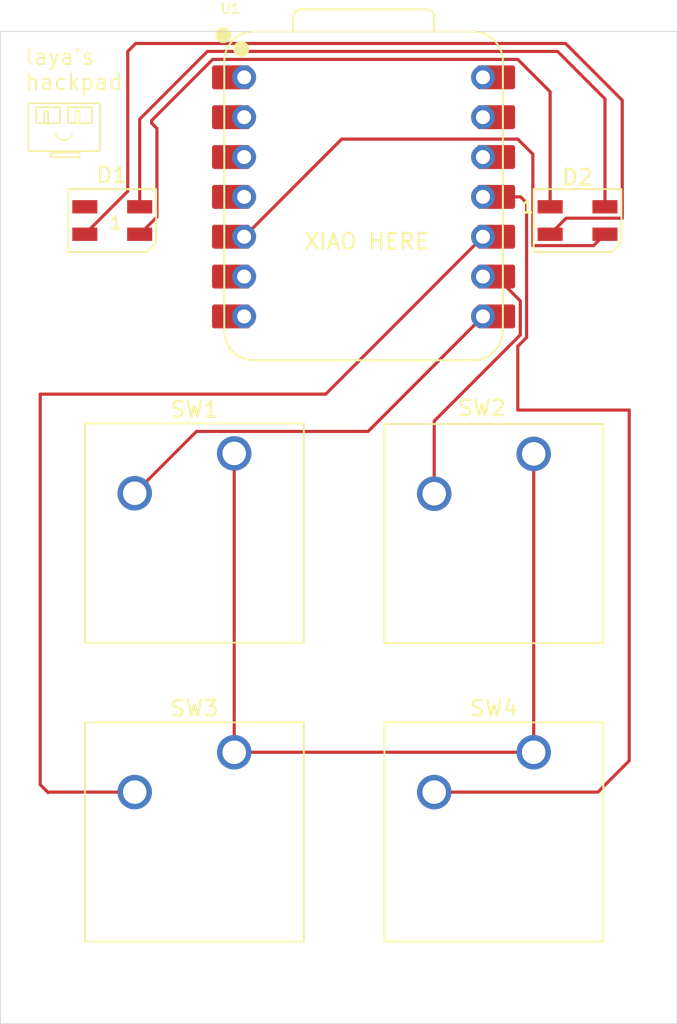
<source format=kicad_pcb>
(kicad_pcb (version 20241229) (generator "pcbnew") (generator_version "9.0")
  (layers (0 "F.Cu" signal) (2 "B.Cu" signal) (13 "F.Paste" user) (15 "B.Paste" user) (5 "F.SilkS" user "F.Silkscreen") (7 "B.SilkS" user "B.Silkscreen") (1 "F.Mask" user) (3 "B.Mask" user) (25 "Edge.Cuts" user))
  (net 0 "")
  (net 1 "Net-(D1-VSS)")
  (net 2 "+5V")
  (net 4 "Net-(D1-DIN)")
  (net 5 "Net-(D2-DIN)")
  (net 6 "Net-(U1-GPIO1{slash}RX)")
  (net 7 "GND")
  (net 8 "Net-(U1-GPIO2{slash}SCK)")
  (net 9 "Net-(U1-GPIO4{slash}MISO)")
  (net 10 "Net-(U1-GPIO3{slash}MOSI)")
  (footprint "Button_Switch_Keyboard:SW_Cherry_MX_1.00u_PCB" (layer "F.Cu") (at 159.7025 83.02625)
    (property "Reference" "SW1" (at -2.54 -2.794 0) (layer "F.SilkS"))
    (property "Value" "SW_Push")
    (fp_line (start -9.525 -1.905) (end 4.445 -1.905) (stroke (width 0.12)) (layer "F.SilkS"))
    (fp_line (start -9.525 12.065) (end -9.525 -1.905) (stroke (width 0.12)) (layer "F.SilkS"))
    (fp_line (start 4.445 -1.905) (end 4.445 12.065) (stroke (width 0.12)) (layer "F.SilkS"))
    (fp_line (start 4.445 12.065) (end -9.525 12.065) (stroke (width 0.12)) (layer "F.SilkS"))
    (pad "" np_thru_hole circle (at -7.62 5.08) (size 1.7 1.7) (drill 1.7) (layers "*.Cu" "*.Mask"))
    (pad "" np_thru_hole circle (at -2.54 5.08) (size 4 4) (drill 4) (layers "*.Cu" "*.Mask"))
    (pad "" np_thru_hole circle (at 2.54 5.08) (size 1.7 1.7) (drill 1.7) (layers "*.Cu" "*.Mask"))
    (pad "1" thru_hole circle (at 0 0) (size 2.2 2.2) (drill 1.5) (layers "*.Cu" "*.Mask") (net 7 "GND"))
    (pad "2" thru_hole circle (at -6.35 2.54) (size 2.2 2.2) (drill 1.5) (layers "*.Cu" "*.Mask") (net 6 "Net-(U1-GPIO1{slash}RX)"))
  )
  (footprint "Button_Switch_Keyboard:SW_Cherry_MX_1.00u_PCB" (layer "F.Cu") (at 178.816 102.07625)
    (property "Reference" "SW4" (at -2.54 -2.794 0) (layer "F.SilkS"))
    (property "Value" "SW_Push")
    (fp_line (start -9.525 -1.905) (end 4.445 -1.905) (stroke (width 0.12)) (layer "F.SilkS"))
    (fp_line (start -9.525 12.065) (end -9.525 -1.905) (stroke (width 0.12)) (layer "F.SilkS"))
    (fp_line (start 4.445 -1.905) (end 4.445 12.065) (stroke (width 0.12)) (layer "F.SilkS"))
    (fp_line (start 4.445 12.065) (end -9.525 12.065) (stroke (width 0.12)) (layer "F.SilkS"))
    (pad "" np_thru_hole circle (at -7.62 5.08) (size 1.7 1.7) (drill 1.7) (layers "*.Cu" "*.Mask"))
    (pad "" np_thru_hole circle (at -2.54 5.08) (size 4 4) (drill 4) (layers "*.Cu" "*.Mask"))
    (pad "" np_thru_hole circle (at 2.54 5.08) (size 1.7 1.7) (drill 1.7) (layers "*.Cu" "*.Mask"))
    (pad "1" thru_hole circle (at 0 0) (size 2.2 2.2) (drill 1.5) (layers "*.Cu" "*.Mask") (net 7 "GND"))
    (pad "2" thru_hole circle (at -6.35 2.54) (size 2.2 2.2) (drill 1.5) (layers "*.Cu" "*.Mask") (net 10 "Net-(U1-GPIO3{slash}MOSI)"))
  )
  (footprint "LED_SMD:LED_SK6812MINI_PLCC4_3.5x3.5mm_P1.75mm" (layer "F.Cu") (at 151.92 68.18125)
    (property "Reference" "D1" (at -0.028 -2.90325 0) (layer "F.SilkS"))
    (property "Value" "SK6812MINI")
    (fp_line (start -2.8 -2) (end -2.8 2) (stroke (width 0.12)) (layer "F.SilkS"))
    (fp_line (start -2.8 -2) (end 2.8 -2) (stroke (width 0.12)) (layer "F.SilkS"))
    (fp_line (start -2.8 2) (end 2.2 2) (stroke (width 0.12)) (layer "F.SilkS"))
    (fp_line (start 2.8 1.4) (end 2.2 2) (stroke (width 0.12)) (layer "F.SilkS"))
    (fp_line (start 2.8 1.4) (end 2.8 -2) (stroke (width 0.12)) (layer "F.SilkS"))
    (fp_text user "1" (at 0.226 0.14475 0) (layer "F.SilkS") (effects (font (size 0.8 0.8))))
    (pad "1" smd rect (at -1.75 -0.875) (size 1.6 0.85) (layers "F.Cu" "F.Mask" "F.Paste"))
    (pad "2" smd rect (at -1.75 0.875) (size 1.6 0.85) (layers "F.Cu" "F.Mask" "F.Paste") (net 1 "Net-(D1-VSS)"))
    (pad "3" smd rect (at 1.75 0.875) (size 1.6 0.85) (layers "F.Cu" "F.Mask" "F.Paste") (net 4 "Net-(D1-DIN)"))
    (pad "4" smd rect (at 1.75 -0.875) (size 1.6 0.85) (layers "F.Cu" "F.Mask" "F.Paste") (net 2 "+5V"))
  )
  (footprint "Button_Switch_Keyboard:SW_Cherry_MX_1.00u_PCB" (layer "F.Cu") (at 159.7025 102.07625)
    (property "Reference" "SW3" (at -2.54 -2.794 0) (layer "F.SilkS"))
    (property "Value" "SW_Push")
    (fp_line (start -9.525 -1.905) (end 4.445 -1.905) (stroke (width 0.12)) (layer "F.SilkS"))
    (fp_line (start -9.525 12.065) (end -9.525 -1.905) (stroke (width 0.12)) (layer "F.SilkS"))
    (fp_line (start 4.445 -1.905) (end 4.445 12.065) (stroke (width 0.12)) (layer "F.SilkS"))
    (fp_line (start 4.445 12.065) (end -9.525 12.065) (stroke (width 0.12)) (layer "F.SilkS"))
    (pad "" np_thru_hole circle (at -7.62 5.08) (size 1.7 1.7) (drill 1.7) (layers "*.Cu" "*.Mask"))
    (pad "" np_thru_hole circle (at -2.54 5.08) (size 4 4) (drill 4) (layers "*.Cu" "*.Mask"))
    (pad "" np_thru_hole circle (at 2.54 5.08) (size 1.7 1.7) (drill 1.7) (layers "*.Cu" "*.Mask"))
    (pad "1" thru_hole circle (at 0 0) (size 2.2 2.2) (drill 1.5) (layers "*.Cu" "*.Mask") (net 7 "GND"))
    (pad "2" thru_hole circle (at -6.35 2.54) (size 2.2 2.2) (drill 1.5) (layers "*.Cu" "*.Mask") (net 9 "Net-(U1-GPIO4{slash}MISO)"))
  )
  (footprint "OPL Lib:XIAO-RP2040-DIP" (layer "F.Cu") (at 167.9575 66.675)
    (property "Reference" "U1" (at -8.5 -12 0) (layer "F.SilkS") (effects (font (size 0.635 0.635) (thickness 0.1016))))
    (property "Value" "XIAO-RP2040-DIP")
    (fp_line (start -8.89 8.509) (end -8.89 -8.636) (stroke (width 0.127)) (layer "F.SilkS"))
    (fp_line (start -6.985 10.414) (end 6.985 10.414) (stroke (width 0.127)) (layer "F.SilkS"))
    (fp_line (start -4.495 -10.541) (end -4.491272 -11.451272) (stroke (width 0.127)) (layer "F.SilkS"))
    (fp_line (start -3.991272 -11.951) (end 4.004 -11.951) (stroke (width 0.127)) (layer "F.SilkS"))
    (fp_line (start 4.504 -11.451) (end 4.504 -10.541) (stroke (width 0.127)) (layer "F.SilkS"))
    (fp_line (start 6.985 -10.541) (end -6.985 -10.541) (stroke (width 0.1)) (layer "F.SilkS"))
    (fp_line (start 6.985 -10.541) (end -6.985 -10.541) (stroke (width 0.127)) (layer "F.SilkS"))
    (fp_line (start 8.89 8.509) (end 8.89 -8.636) (stroke (width 0.127)) (layer "F.SilkS"))
    (fp_arc (start -8.89 -8.636) (mid -8.332038 -9.983038) (end -6.985 -10.541) (stroke (width 0.127)) (layer "F.SilkS"))
    (fp_arc (start -6.985 10.414) (mid -8.332038 9.856038) (end -8.89 8.509) (stroke (width 0.127)) (layer "F.SilkS"))
    (fp_arc (start -4.491272 -11.451272) (mid -4.344728 -11.80464) (end -3.991272 -11.951) (stroke (width 0.127)) (layer "F.SilkS"))
    (fp_arc (start 4.004 -11.951) (mid 4.357553 -11.804553) (end 4.504 -11.451) (stroke (width 0.127)) (layer "F.SilkS"))
    (fp_arc (start 6.985 -10.541) (mid 8.332038 -9.983038) (end 8.89 -8.636) (stroke (width 0.127)) (layer "F.SilkS"))
    (fp_arc (start 8.89 8.509) (mid 8.332038 9.856038) (end 6.985 10.414) (stroke (width 0.127)) (layer "F.SilkS"))
    (fp_circle (center -8.95 -10.3) (end -8.95 -10.554) (stroke (width 0.5)) (fill yes) (layer "F.SilkS"))
    (fp_circle (center -7.807 -9.42) (end -7.807 -9.674) (stroke (width 0.5)) (fill yes) (layer "F.SilkS"))
    (pad "1" smd roundrect (at -8.455 -7.62 180) (size 2.432 1.524) (layers "F.Cu" "F.Mask") (roundrect_rratio 0.1))
    (pad "1" thru_hole circle (at -7.62 -7.62 180) (size 1.524 1.524) (drill 0.889) (layers "*.Cu" "*.Mask"))
    (pad "2" smd roundrect (at -8.455 -5.08 180) (size 2.432 1.524) (layers "F.Cu" "F.Mask") (roundrect_rratio 0.1))
    (pad "2" thru_hole circle (at -7.62 -5.08 180) (size 1.524 1.524) (drill 0.889) (layers "*.Cu" "*.Mask"))
    (pad "3" smd roundrect (at -8.455 -2.54 180) (size 2.432 1.524) (layers "F.Cu" "F.Mask") (roundrect_rratio 0.1))
    (pad "3" thru_hole circle (at -7.62 -2.54 180) (size 1.524 1.524) (drill 0.889) (layers "*.Cu" "*.Mask"))
    (pad "4" smd roundrect (at -8.455 0 180) (size 2.432 1.524) (layers "F.Cu" "F.Mask") (roundrect_rratio 0.1))
    (pad "4" thru_hole circle (at -7.62 0 180) (size 1.524 1.524) (drill 0.889) (layers "*.Cu" "*.Mask"))
    (pad "5" smd roundrect (at -8.455 2.54 180) (size 2.432 1.524) (layers "F.Cu" "F.Mask") (roundrect_rratio 0.1) (net 5 "Net-(D2-DIN)"))
    (pad "5" thru_hole circle (at -7.62 2.54 180) (size 1.524 1.524) (drill 0.889) (layers "*.Cu" "*.Mask") (net 5 "Net-(D2-DIN)"))
    (pad "6" smd roundrect (at -8.455 5.08 180) (size 2.432 1.524) (layers "F.Cu" "F.Mask") (roundrect_rratio 0.1))
    (pad "6" thru_hole circle (at -7.62 5.08 180) (size 1.524 1.524) (drill 0.889) (layers "*.Cu" "*.Mask"))
    (pad "7" smd roundrect (at -8.455 7.62 180) (size 2.432 1.524) (layers "F.Cu" "F.Mask") (roundrect_rratio 0.1))
    (pad "7" thru_hole circle (at -7.62 7.62 180) (size 1.524 1.524) (drill 0.889) (layers "*.Cu" "*.Mask"))
    (pad "8" thru_hole circle (at 7.62 7.62) (size 1.524 1.524) (drill 0.889) (layers "*.Cu" "*.Mask") (net 6 "Net-(U1-GPIO1{slash}RX)"))
    (pad "8" smd roundrect (at 8.455 7.62) (size 2.432 1.524) (layers "F.Cu" "F.Mask") (roundrect_rratio 0.1) (net 6 "Net-(U1-GPIO1{slash}RX)"))
    (pad "9" thru_hole circle (at 7.62 5.08) (size 1.524 1.524) (drill 0.889) (layers "*.Cu" "*.Mask") (net 8 "Net-(U1-GPIO2{slash}SCK)"))
    (pad "9" smd roundrect (at 8.455 5.08) (size 2.432 1.524) (layers "F.Cu" "F.Mask") (roundrect_rratio 0.1) (net 8 "Net-(U1-GPIO2{slash}SCK)"))
    (pad "10" thru_hole circle (at 7.62 2.54) (size 1.524 1.524) (drill 0.889) (layers "*.Cu" "*.Mask") (net 9 "Net-(U1-GPIO4{slash}MISO)"))
    (pad "10" smd roundrect (at 8.455 2.54) (size 2.432 1.524) (layers "F.Cu" "F.Mask") (roundrect_rratio 0.1) (net 9 "Net-(U1-GPIO4{slash}MISO)"))
    (pad "11" thru_hole circle (at 7.62 0) (size 1.524 1.524) (drill 0.889) (layers "*.Cu" "*.Mask") (net 10 "Net-(U1-GPIO3{slash}MOSI)"))
    (pad "11" smd roundrect (at 8.455 0) (size 2.432 1.524) (layers "F.Cu" "F.Mask") (roundrect_rratio 0.1) (net 10 "Net-(U1-GPIO3{slash}MOSI)"))
    (pad "12" thru_hole circle (at 7.62 -2.54) (size 1.524 1.524) (drill 0.889) (layers "*.Cu" "*.Mask"))
    (pad "12" smd roundrect (at 8.455 -2.54) (size 2.432 1.524) (layers "F.Cu" "F.Mask") (roundrect_rratio 0.1))
    (pad "13" thru_hole circle (at 7.62 -5.08) (size 1.524 1.524) (drill 0.889) (layers "*.Cu" "*.Mask"))
    (pad "13" smd roundrect (at 8.455 -5.08) (size 2.432 1.524) (layers "F.Cu" "F.Mask") (roundrect_rratio 0.1))
    (pad "14" thru_hole circle (at 7.62 -7.62) (size 1.524 1.524) (drill 0.889) (layers "*.Cu" "*.Mask"))
    (pad "14" smd roundrect (at 8.455 -7.62) (size 2.432 1.524) (layers "F.Cu" "F.Mask") (roundrect_rratio 0.1))
  )
  (footprint "LED_SMD:LED_SK6812MINI_PLCC4_3.5x3.5mm_P1.75mm" (layer "F.Cu") (at 181.61375 68.18125)
    (property "Reference" "D2" (at 0 -2.75 0) (layer "F.SilkS"))
    (property "Value" "SK6812MINI")
    (fp_line (start -2.8 -2) (end -2.8 2) (stroke (width 0.12)) (layer "F.SilkS"))
    (fp_line (start -2.8 -2) (end 2.8 -2) (stroke (width 0.12)) (layer "F.SilkS"))
    (fp_line (start -2.8 2) (end 2.2 2) (stroke (width 0.12)) (layer "F.SilkS"))
    (fp_line (start 2.8 1.4) (end 2.2 2) (stroke (width 0.12)) (layer "F.SilkS"))
    (fp_line (start 2.8 1.4) (end 2.8 -2) (stroke (width 0.12)) (layer "F.SilkS"))
    (fp_text user "1" (at -3.2 -0.875 0) (layer "F.SilkS") (effects (font (size 0.8 0.8))))
    (pad "1" smd rect (at -1.75 -0.875) (size 1.6 0.85) (layers "F.Cu" "F.Mask" "F.Paste") (net 4 "Net-(D1-DIN)"))
    (pad "2" smd rect (at -1.75 0.875) (size 1.6 0.85) (layers "F.Cu" "F.Mask" "F.Paste") (net 1 "Net-(D1-VSS)"))
    (pad "3" smd rect (at 1.75 0.875) (size 1.6 0.85) (layers "F.Cu" "F.Mask" "F.Paste") (net 5 "Net-(D2-DIN)"))
    (pad "4" smd rect (at 1.75 -0.875) (size 1.6 0.85) (layers "F.Cu" "F.Mask" "F.Paste") (net 2 "+5V"))
  )
  (footprint "Button_Switch_Keyboard:SW_Cherry_MX_1.00u_PCB" (layer "F.Cu") (at 178.816 83.058)
    (property "Reference" "SW2" (at -3.302 -2.921 0) (layer "F.SilkS"))
    (property "Value" "SW_Push")
    (fp_line (start -9.525 -1.905) (end 4.445 -1.905) (stroke (width 0.12)) (layer "F.SilkS"))
    (fp_line (start -9.525 12.065) (end -9.525 -1.905) (stroke (width 0.12)) (layer "F.SilkS"))
    (fp_line (start 4.445 -1.905) (end 4.445 12.065) (stroke (width 0.12)) (layer "F.SilkS"))
    (fp_line (start 4.445 12.065) (end -9.525 12.065) (stroke (width 0.12)) (layer "F.SilkS"))
    (pad "" np_thru_hole circle (at -7.62 5.08) (size 1.7 1.7) (drill 1.7) (layers "*.Cu" "*.Mask"))
    (pad "" np_thru_hole circle (at -2.54 5.08) (size 4 4) (drill 4) (layers "*.Cu" "*.Mask"))
    (pad "" np_thru_hole circle (at 2.54 5.08) (size 1.7 1.7) (drill 1.7) (layers "*.Cu" "*.Mask"))
    (pad "1" thru_hole circle (at 0 0) (size 2.2 2.2) (drill 1.5) (layers "*.Cu" "*.Mask") (net 7 "GND"))
    (pad "2" thru_hole circle (at -6.35 2.54) (size 2.2 2.2) (drill 1.5) (layers "*.Cu" "*.Mask") (net 8 "Net-(U1-GPIO2{slash}SCK)"))
  )
  (gr_rect (start 147.574 61.214) (end 147.828 61.976) (stroke (width 0.1)) (fill no) (layer "F.SilkS"))
  (gr_rect (start 147.066 60.96) (end 148.59 61.976) (stroke (width 0.1)) (fill no) (layer "F.SilkS"))
  (gr_rect (start 148 63.85) (end 149.827 64.15) (stroke (width 0.1)) (fill no) (layer "F.SilkS"))
  (gr_rect (start 149.573 61.196) (end 149.827 62.004) (stroke (width 0.1)) (fill no) (layer "F.SilkS"))
  (gr_arc (start 149.352 62.738) (mid 148.803738 63.050532) (end 148.305185 62.663605) (stroke (width 0.1)) (layer "F.SilkS"))
  (gr_rect (start 146.558 60.706) (end 151.13 63.754) (stroke (width 0.1)) (fill no) (layer "F.SilkS"))
  (gr_rect (start 149.098 60.96) (end 150.622 61.976) (stroke (width 0.1)) (fill no) (layer "F.SilkS"))
  (gr_rect (start 144.78 56.134) (end 187.96 119.38) (stroke (width 0.05)) (fill no) (layer "Edge.Cuts"))
  (gr_text "XIAO HERE" (at 164.084 70.104 0) (layer "F.SilkS") (effects (font (size 1 1)) (justify left bottom)))
  (gr_text "laya's\nhackpad\n" (at 146.304 59.944 0) (layer "F.SilkS") (effects (font (size 1 1) (thickness 0.125)) (justify left bottom)))
  (segment (start 180.88775 68.03225) (end 179.86375 69.05625) (width 0.2) (layer "F.Cu") (net 1))
  (segment (start 153.416 56.896) (end 180.848 56.896) (width 0.2) (layer "F.Cu") (net 1))
  (segment (start 150.17 69.05625) (end 152.908 66.31825) (width 0.2) (layer "F.Cu") (net 1))
  (segment (start 184.46475 60.51275) (end 184.46475 68.03225) (width 0.2) (layer "F.Cu") (net 1))
  (segment (start 152.908 57.404) (end 153.416 56.896) (width 0.2) (layer "F.Cu") (net 1))
  (segment (start 184.46475 68.03225) (end 180.88775 68.03225) (width 0.2) (layer "F.Cu") (net 1))
  (segment (start 152.908 66.31825) (end 152.908 57.404) (width 0.2) (layer "F.Cu") (net 1))
  (segment (start 180.848 56.896) (end 184.46475 60.51275) (width 0.2) (layer "F.Cu") (net 1))
  (segment (start 183.36375 60.42775) (end 183.36375 67.30625) (width 0.2) (layer "F.Cu") (net 2))
  (segment (start 153.67 67.30625) (end 153.67 61.722) (width 0.2) (layer "F.Cu") (net 2))
  (segment (start 157.988 57.404) (end 180.34 57.404) (width 0.2) (layer "F.Cu") (net 2))
  (segment (start 180.34 57.404) (end 183.36375 60.42775) (width 0.2) (layer "F.Cu") (net 2))
  (segment (start 153.67 61.722) (end 157.988 57.404) (width 0.2) (layer "F.Cu") (net 2))
  (segment (start 158.326874 57.912) (end 177.8 57.912) (width 0.2) (layer "F.Cu") (net 4))
  (segment (start 153.67 69.05625) (end 154.771 67.95525) (width 0.2) (layer "F.Cu") (net 4))
  (segment (start 154.432 61.976) (end 154.432 61.806874) (width 0.2) (layer "F.Cu") (net 4))
  (segment (start 154.771 67.95525) (end 154.771 62.315) (width 0.2) (layer "F.Cu") (net 4))
  (segment (start 154.771 62.315) (end 154.432 61.976) (width 0.2) (layer "F.Cu") (net 4))
  (segment (start 177.8 57.912) (end 179.86375 59.97575) (width 0.2) (layer "F.Cu") (net 4))
  (segment (start 154.432 61.806874) (end 158.326874 57.912) (width 0.2) (layer "F.Cu") (net 4))
  (segment (start 179.86375 59.97575) (end 179.86375 67.30625) (width 0.2) (layer "F.Cu") (net 4))
  (segment (start 166.5605 62.992) (end 160.3375 69.215) (width 0.2) (layer "F.Cu") (net 5))
  (segment (start 178.76275 69.78225) (end 178.76275 63.95475) (width 0.2) (layer "F.Cu") (net 5))
  (segment (start 182.63775 69.78225) (end 178.76275 69.78225) (width 0.2) (layer "F.Cu") (net 5))
  (segment (start 177.8 62.992) (end 166.5605 62.992) (width 0.2) (layer "F.Cu") (net 5))
  (segment (start 183.36375 69.05625) (end 182.63775 69.78225) (width 0.2) (layer "F.Cu") (net 5))
  (segment (start 178.76275 63.95475) (end 177.8 62.992) (width 0.2) (layer "F.Cu") (net 5))
  (segment (start 168.24725 81.62525) (end 175.5775 74.295) (width 0.2) (layer "F.Cu") (net 6))
  (segment (start 153.3525 85.56625) (end 157.2935 81.62525) (width 0.2) (layer "F.Cu") (net 6))
  (segment (start 157.2935 81.62525) (end 168.24725 81.62525) (width 0.2) (layer "F.Cu") (net 6))
  (segment (start 178.816 102.07625) (end 178.816 83.058) (width 0.2) (layer "F.Cu") (net 7))
  (segment (start 159.7025 102.07625) (end 178.816 102.07625) (width 0.2) (layer "F.Cu") (net 7))
  (segment (start 159.7025 102.07625) (end 159.7025 83.02625) (width 0.2) (layer "F.Cu") (net 7))
  (segment (start 177.96075 73.30325) (end 176.4125 71.755) (width 0.2) (layer "F.Cu") (net 8))
  (segment (start 172.466 80.9669) (end 177.96075 75.47215) (width 0.2) (layer "F.Cu") (net 8))
  (segment (start 172.466 85.598) (end 172.466 80.9669) (width 0.2) (layer "F.Cu") (net 8))
  (segment (start 177.96075 75.47215) (end 177.96075 73.30325) (width 0.2) (layer "F.Cu") (net 8))
  (segment (start 147.32 79.248) (end 147.32 104.14) (width 0.2) (layer "F.Cu") (net 9))
  (segment (start 147.85975 104.61625) (end 153.3525 104.61625) (width 0.2) (layer "F.Cu") (net 9))
  (segment (start 175.5775 69.215) (end 165.5445 79.248) (width 0.2) (layer "F.Cu") (net 9))
  (segment (start 165.5445 79.248) (end 147.32 79.248) (width 0.2) (layer "F.Cu") (net 9))
  (segment (start 147.828 104.648) (end 147.85975 104.61625) (width 0.2) (layer "F.Cu") (net 9))
  (segment (start 147.32 104.14) (end 147.828 104.648) (width 0.2) (layer "F.Cu") (net 9))
  (segment (start 177.98075 66.675) (end 178.36175 67.056) (width 0.2) (layer "F.Cu") (net 10))
  (segment (start 175.5775 66.675) (end 177.98075 66.675) (width 0.2) (layer "F.Cu") (net 10))
  (segment (start 177.8 80.264) (end 184.912 80.264) (width 0.2) (layer "F.Cu") (net 10))
  (segment (start 184.912 102.616) (end 182.91175 104.61625) (width 0.2) (layer "F.Cu") (net 10))
  (segment (start 177.8 76.2) (end 177.8 80.264) (width 0.2) (layer "F.Cu") (net 10))
  (segment (start 184.912 80.264) (end 184.912 102.616) (width 0.2) (layer "F.Cu") (net 10))
  (segment (start 178.36175 75.63825) (end 177.8 76.2) (width 0.2) (layer "F.Cu") (net 10))
  (segment (start 178.36175 67.056) (end 178.36175 75.63825) (width 0.2) (layer "F.Cu") (net 10))
  (segment (start 182.91175 104.61625) (end 172.466 104.61625) (width 0.2) (layer "F.Cu") (net 10))
)
</source>
